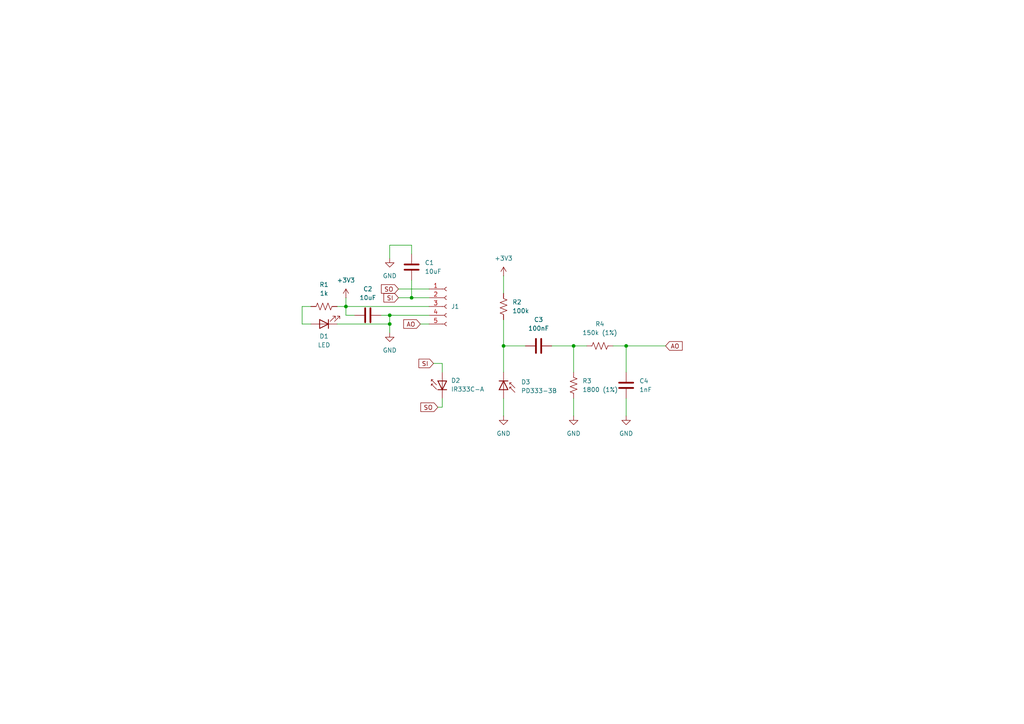
<source format=kicad_sch>
(kicad_sch (version 20250114) (generator "eeschema") (generator_version "9.0")
  (paper "A4")
  (title_block (title "IMU-RC Car Proximity Sensors Schematic") (date "2025-07-08") (rev "2") (company "ESTG-IPL"))
  (lib_symbols
    (symbol "Connector:Conn_01x05_Socket" (pin_names (offset 1.016) (hide yes))
      (property "Reference" "J" (at 0 7.62 0))
      (property "Value" "Conn_01x05_Socket" (at 0 -7.62 0))
      (symbol "Conn_01x05_Socket_1_1"
        (polyline (pts (xy -1.27 5.08) (xy -0.508 5.08)) (stroke (width 0.1524)))
        (polyline (pts (xy -1.27 2.54) (xy -0.508 2.54)) (stroke (width 0.1524)))
        (polyline (pts (xy -1.27 0) (xy -0.508 0)) (stroke (width 0.1524)))
        (polyline (pts (xy -1.27 -2.54) (xy -0.508 -2.54)) (stroke (width 0.1524)))
        (polyline (pts (xy -1.27 -5.08) (xy -0.508 -5.08)) (stroke (width 0.1524)))
        (arc (start 0 4.572) (mid -0.5058 5.08) (end 0 5.588) (stroke (width 0.1524)))
        (arc (start 0 2.032) (mid -0.5058 2.54) (end 0 3.048) (stroke (width 0.1524)))
        (arc (start 0 -0.508) (mid -0.5058 0) (end 0 0.508) (stroke (width 0.1524)))
        (arc (start 0 -3.048) (mid -0.5058 -2.54) (end 0 -2.032) (stroke (width 0.1524)))
        (arc (start 0 -5.588) (mid -0.5058 -5.08) (end 0 -4.572) (stroke (width 0.1524)))
        (pin passive line (at -5.08 5.08 0) (length 3.81) (name "Pin_1") (number "1"))
        (pin passive line (at -5.08 2.54 0) (length 3.81) (name "Pin_2") (number "2"))
        (pin passive line (at -5.08 0 0) (length 3.81) (name "Pin_3") (number "3"))
        (pin passive line (at -5.08 -2.54 0) (length 3.81) (name "Pin_4") (number "4"))
        (pin passive line (at -5.08 -5.08 0) (length 3.81) (name "Pin_5") (number "5"))
      )
    )
    (symbol "Device:C" (pin_numbers (hide yes)) (pin_names (offset 0.254))
      (property "Reference" "C" (at 0.635 2.54 0))
      (property "Value" "C" (at 0.635 -2.54 0))
      (symbol "C_0_1"
        (polyline (pts (xy -2.032 0.762) (xy 2.032 0.762)) (stroke (width 0.508)))
        (polyline (pts (xy -2.032 -0.762) (xy 2.032 -0.762)) (stroke (width 0.508)))
      )
      (symbol "C_1_1"
        (pin passive line (at 0 3.81 270) (length 2.794) (name "~") (number "1"))
        (pin passive line (at 0 -3.81 90) (length 2.794) (name "~") (number "2"))
      )
    )
    (symbol "Device:D_Photo" (pin_numbers (hide yes)) (pin_names (hide yes))
      (property "Reference" "D" (at 0.508 1.778 0))
      (property "Value" "D_Photo" (at -1.016 -2.794 0))
      (symbol "D_Photo_0_1"
        (polyline (pts (xy -2.54 1.27) (xy -2.54 -1.27)) (stroke (width 0.254)))
        (polyline (pts (xy -2.032 1.778) (xy -1.524 1.778)))
        (polyline (pts (xy -0.508 3.302) (xy -2.032 1.778) (xy -2.032 2.286)))
        (polyline (pts (xy 0 0) (xy -2.54 0)))
        (polyline (pts (xy 0 -1.27) (xy 0 1.27) (xy -2.54 0) (xy 0 -1.27)) (stroke (width 0.254)))
        (polyline (pts (xy 0.762 3.302) (xy -0.762 1.778) (xy -0.762 2.286) (xy -0.762 1.778) (xy -0.254 1.778)))
      )
      (symbol "D_Photo_1_1"
        (pin passive line (at -5.08 0 0) (length 2.54) (name "K") (number "1"))
        (pin passive line (at 2.54 0 180) (length 2.54) (name "A") (number "2"))
      )
    )
    (symbol "Device:LED" (pin_numbers (hide yes)) (pin_names (offset 1.016) (hide yes))
      (property "Reference" "D" (at 0 2.54 0))
      (property "Value" "LED" (at 0 -2.54 0))
      (symbol "LED_0_1"
        (polyline (pts (xy -3.048 -0.762) (xy -4.572 -2.286) (xy -3.81 -2.286) (xy -4.572 -2.286) (xy -4.572 -1.524)))
        (polyline (pts (xy -1.778 -0.762) (xy -3.302 -2.286) (xy -2.54 -2.286) (xy -3.302 -2.286) (xy -3.302 -1.524)))
        (polyline (pts (xy -1.27 0) (xy 1.27 0)))
        (polyline (pts (xy -1.27 -1.27) (xy -1.27 1.27)) (stroke (width 0.254)))
        (polyline (pts (xy 1.27 -1.27) (xy 1.27 1.27) (xy -1.27 0) (xy 1.27 -1.27)) (stroke (width 0.254)))
      )
      (symbol "LED_1_1"
        (pin passive line (at -3.81 0 0) (length 2.54) (name "K") (number "1"))
        (pin passive line (at 3.81 0 180) (length 2.54) (name "A") (number "2"))
      )
    )
    (symbol "Device:R_US" (pin_numbers (hide yes)) (pin_names (offset 0))
      (property "Reference" "R" (at 2.54 0 90))
      (property "Value" "R_US" (at -2.54 0 90))
      (symbol "R_US_0_1"
        (polyline (pts (xy 0 2.286) (xy 0 2.54)))
        (polyline (pts (xy 0 2.286) (xy 1.016 1.905) (xy 0 1.524) (xy -1.016 1.143) (xy 0 0.762)))
        (polyline (pts (xy 0 0.762) (xy 1.016 0.381) (xy 0 0) (xy -1.016 -0.381) (xy 0 -0.762)))
        (polyline (pts (xy 0 -0.762) (xy 1.016 -1.143) (xy 0 -1.524) (xy -1.016 -1.905) (xy 0 -2.286)))
        (polyline (pts (xy 0 -2.286) (xy 0 -2.54)))
      )
      (symbol "R_US_1_1"
        (pin passive line (at 0 3.81 270) (length 1.27) (name "~") (number "1"))
        (pin passive line (at 0 -3.81 90) (length 1.27) (name "~") (number "2"))
      )
    )
    (symbol "LED:IR204A" (pin_numbers (hide yes)) (pin_names (offset 1.016) (hide yes))
      (property "Reference" "D" (at 0.508 1.778 0))
      (property "Value" "IR204A" (at -1.016 -2.794 0))
      (symbol "IR204A_0_1"
        (polyline (pts (xy -2.54 1.27) (xy -2.54 -1.27)) (stroke (width 0.254)))
        (polyline (pts (xy -2.413 1.651) (xy -0.889 3.175) (xy -0.889 2.667) (xy -0.889 3.175) (xy -1.397 3.175)))
        (polyline (pts (xy -1.143 1.651) (xy 0.381 3.175) (xy 0.381 2.667)))
        (polyline (pts (xy 0 1.27) (xy -2.54 0) (xy 0 -1.27) (xy 0 1.27)) (stroke (width 0.254)))
        (polyline (pts (xy 0 0) (xy -2.54 0)))
        (polyline (pts (xy 0.381 3.175) (xy -0.127 3.175)))
      )
      (symbol "IR204A_1_1"
        (pin passive line (at -5.08 0 0) (length 2.54) (name "K") (number "1"))
        (pin passive line (at 2.54 0 180) (length 2.54) (name "A") (number "2"))
      )
    )
    (symbol "power:+3V3" (power) (pin_numbers (hide yes)) (pin_names (offset 0) (hide yes))
      (property "Value" "+3V3" (at 0 3.556 0))
      (symbol "+3V3_0_1"
        (polyline (pts (xy -0.762 1.27) (xy 0 2.54)))
        (polyline (pts (xy 0 2.54) (xy 0.762 1.27)))
        (polyline (pts (xy 0 0) (xy 0 2.54)))
      )
      (symbol "+3V3_1_1"
        (pin power_in line (at 0 0 90) (length 0) (name "~") (number "1"))
      )
    )
    (symbol "power:GND" (power) (pin_numbers (hide yes)) (pin_names (offset 0) (hide yes))
      (property "Value" "GND" (at 0 -3.81 0))
      (symbol "GND_0_1"
        (polyline (pts (xy 0 0) (xy 0 -1.27) (xy 1.27 -1.27) (xy 0 -2.54) (xy -1.27 -1.27) (xy 0 -1.27)))
      )
      (symbol "GND_1_1"
        (pin power_in line (at 0 0 270) (length 0) (name "~") (number "1"))
      )
    )
  )
  (junction (at 166.37 100.33))
  (junction (at 119.38 86.36))
  (junction (at 113.03 91.44))
  (junction (at 146.05 100.33))
  (junction (at 113.03 93.98))
  (junction (at 100.33 88.9))
  (junction (at 181.61 100.33))
  (wire (pts (xy 128.27 107.95) (xy 128.27 105.41)))
  (wire (pts (xy 87.63 93.98) (xy 90.17 93.98)))
  (wire (pts (xy 113.03 71.12) (xy 119.38 71.12)))
  (wire (pts (xy 100.33 86.36) (xy 100.33 88.9)))
  (wire (pts (xy 119.38 71.12) (xy 119.38 73.66)))
  (wire (pts (xy 146.05 100.33) (xy 152.4 100.33)))
  (wire (pts (xy 181.61 115.57) (xy 181.61 120.65)))
  (wire (pts (xy 128.27 105.41) (xy 125.73 105.41)))
  (wire (pts (xy 121.92 93.98) (xy 124.46 93.98)))
  (wire (pts (xy 113.03 71.12) (xy 113.03 74.93)))
  (wire (pts (xy 146.05 92.71) (xy 146.05 100.33)))
  (wire (pts (xy 97.79 93.98) (xy 113.03 93.98)))
  (wire (pts (xy 97.79 88.9) (xy 100.33 88.9)))
  (wire (pts (xy 181.61 100.33) (xy 193.04 100.33)))
  (wire (pts (xy 100.33 91.44) (xy 100.33 88.9)))
  (wire (pts (xy 119.38 86.36) (xy 124.46 86.36)))
  (wire (pts (xy 166.37 107.95) (xy 166.37 100.33)))
  (wire (pts (xy 177.8 100.33) (xy 181.61 100.33)))
  (wire (pts (xy 110.49 91.44) (xy 113.03 91.44)))
  (wire (pts (xy 90.17 88.9) (xy 87.63 88.9)))
  (wire (pts (xy 115.57 83.82) (xy 124.46 83.82)))
  (wire (pts (xy 113.03 91.44) (xy 124.46 91.44)))
  (wire (pts (xy 146.05 100.33) (xy 146.05 107.95)))
  (wire (pts (xy 128.27 118.11) (xy 128.27 115.57)))
  (wire (pts (xy 100.33 88.9) (xy 124.46 88.9)))
  (wire (pts (xy 146.05 80.01) (xy 146.05 85.09)))
  (wire (pts (xy 113.03 93.98) (xy 113.03 96.52)))
  (wire (pts (xy 119.38 81.28) (xy 119.38 86.36)))
  (wire (pts (xy 181.61 107.95) (xy 181.61 100.33)))
  (wire (pts (xy 160.02 100.33) (xy 166.37 100.33)))
  (wire (pts (xy 127 118.11) (xy 128.27 118.11)))
  (wire (pts (xy 87.63 88.9) (xy 87.63 93.98)))
  (wire (pts (xy 113.03 93.98) (xy 113.03 91.44)))
  (wire (pts (xy 166.37 115.57) (xy 166.37 120.65)))
  (wire (pts (xy 102.87 91.44) (xy 100.33 91.44)))
  (wire (pts (xy 146.05 115.57) (xy 146.05 120.65)))
  (wire (pts (xy 115.57 86.36) (xy 119.38 86.36)))
  (wire (pts (xy 166.37 100.33) (xy 170.18 100.33)))
  (global_label "SI" (shape input) (at 115.57 86.36 180) (property "Intersheetrefs" "${INTERSHEET_REFS}" (effects (hide yes))))
  (global_label "SO" (shape input) (at 127 118.11 180) (property "Intersheetrefs" "${INTERSHEET_REFS}" (effects (hide yes))))
  (global_label "SI" (shape input) (at 125.73 105.41 180) (property "Intersheetrefs" "${INTERSHEET_REFS}" (effects (hide yes))))
  (global_label "AO" (shape input) (at 193.04 100.33 0) (property "Intersheetrefs" "${INTERSHEET_REFS}" (effects (hide yes))))
  (global_label "AO" (shape input) (at 121.92 93.98 180) (property "Intersheetrefs" "${INTERSHEET_REFS}" (effects (hide yes))))
  (global_label "SO" (shape input) (at 115.57 83.82 180) (property "Intersheetrefs" "${INTERSHEET_REFS}" (effects (hide yes))))
  (symbol (lib_id "power:GND") (at 166.37 120.65 0) (unit 1)
    (property "Reference" "#PWR01" (effects (hide yes)))
    (property "Value" "GND" (at 166.37 125.73 0))
    (property "Description" "Power symbol creates a global label with name \"GND\" , ground" (effects (hide yes)))
  )
  (symbol (lib_id "Device:R_US") (at 146.05 88.9 180) (unit 1)
    (property "Reference" "R2" (at 148.59 87.6299 0) (effects (justify right)))
    (property "Value" "100k" (at 148.59 90.1699 0) (effects (justify right)))
    (property "Footprint" "Resistor_SMD:R_0805_2012Metric" (effects (hide yes)))
    (property "Description" "Resistor, US symbol" (effects (hide yes)))
  )
  (symbol (lib_id "Device:R_US") (at 166.37 111.76 180) (unit 1)
    (property "Reference" "R3" (at 168.91 110.4899 0) (effects (justify right)))
    (property "Value" "1800 (1%)" (at 168.91 113.0299 0) (effects (justify right)))
    (property "Footprint" "Resistor_SMD:R_0805_2012Metric" (effects (hide yes)))
    (property "Description" "Resistor, US symbol" (effects (hide yes)))
  )
  (symbol (lib_id "Device:C") (at 106.68 91.44 270) (unit 1)
    (property "Reference" "C2" (at 106.68 83.82 90))
    (property "Value" "10uF" (at 106.68 86.36 90))
    (property "Footprint" "Capacitor_SMD:C_0805_2012Metric" (effects (hide yes)))
    (property "Description" "Unpolarized capacitor" (effects (hide yes)))
  )
  (symbol (lib_id "Device:R_US") (at 93.98 88.9 90) (unit 1)
    (property "Reference" "R1" (at 93.98 82.55 90))
    (property "Value" "1k" (at 93.98 85.09 90))
    (property "Footprint" "Resistor_SMD:R_0805_2012Metric" (effects (hide yes)))
    (property "Description" "Resistor, US symbol" (effects (hide yes)))
  )
  (symbol (lib_id "power:GND") (at 146.05 120.65 0) (unit 1)
    (property "Reference" "#PWR04" (effects (hide yes)))
    (property "Value" "GND" (at 146.05 125.73 0))
    (property "Description" "Power symbol creates a global label with name \"GND\" , ground" (effects (hide yes)))
  )
  (symbol (lib_id "Device:LED") (at 93.98 93.98 180) (unit 1)
    (property "Reference" "D1" (at 93.98 97.536 0))
    (property "Value" "LED" (at 93.98 100.076 0))
    (property "Footprint" "LED_SMD:LED_0805_2012Metric" (effects (hide yes)))
    (property "Description" "Light emitting diode" (effects (hide yes)))
  )
  (symbol (lib_id "LED:IR204A") (at 128.27 110.49 90) (unit 1)
    (property "Reference" "D2" (at 130.81 110.3629 90) (effects (justify right)))
    (property "Value" "IR333C-A" (at 130.81 112.9029 90) (effects (justify right)))
    (property "Footprint" "LED_THT:LED_D5.0mm_Horizontal_O1.27mm_Z3.0mm_Clear" (effects (hide yes)))
    (property "Datasheet" "http://www.everlight.com/file/ProductFile/IR204-A.pdf" (effects (hide yes)))
    (property "Description" "Infrared LED , 3mm LED package" (effects (hide yes)))
  )
  (symbol (lib_id "Device:R_US") (at 173.99 100.33 270) (unit 1)
    (property "Reference" "R4" (at 173.99 93.98 90))
    (property "Value" "150k (1%)" (at 173.99 96.52 90))
    (property "Footprint" "Resistor_SMD:R_0805_2012Metric" (effects (hide yes)))
    (property "Description" "Resistor, US symbol" (effects (hide yes)))
  )
  (symbol (lib_id "Connector:Conn_01x05_Socket") (at 129.54 88.9 0) (unit 1)
    (property "Reference" "J1" (at 130.81 88.8999 0) (effects (justify left)))
    (property "Value" "Conn_01x05_Socket" (effects (hide yes)))
    (property "Footprint" "IMURCLibrary:JST_PH_S5B-PH-SM4-TB_1x05-1MP_P2.00mm_Horizontal" (effects (hide yes)))
    (property "Description" "Generic connector, single row, 01x05, script generated" (effects (hide yes)))
  )
  (symbol (lib_id "power:GND") (at 113.03 96.52 0) (unit 1)
    (property "Reference" "#PWR05" (effects (hide yes)))
    (property "Value" "GND" (at 113.03 101.6 0))
    (property "Description" "Power symbol creates a global label with name \"GND\" , ground" (effects (hide yes)))
  )
  (symbol (lib_id "Device:C") (at 181.61 111.76 180) (unit 1)
    (property "Reference" "C4" (at 185.42 110.4899 0) (effects (justify right)))
    (property "Value" "1nF" (at 185.42 113.0299 0) (effects (justify right)))
    (property "Footprint" "Capacitor_SMD:C_0805_2012Metric" (effects (hide yes)))
    (property "Description" "Unpolarized capacitor" (effects (hide yes)))
  )
  (symbol (lib_id "power:GND") (at 113.03 74.93 0) (unit 1)
    (property "Reference" "#PWR03" (effects (hide yes)))
    (property "Value" "GND" (at 113.03 80.01 0))
    (property "Description" "Power symbol creates a global label with name \"GND\" , ground" (effects (hide yes)))
  )
  (symbol (lib_id "Device:C") (at 156.21 100.33 90) (unit 1)
    (property "Reference" "C3" (at 156.21 92.71 90))
    (property "Value" "100nF" (at 156.21 95.25 90))
    (property "Footprint" "Capacitor_SMD:C_0805_2012Metric" (effects (hide yes)))
    (property "Description" "Unpolarized capacitor" (effects (hide yes)))
  )
  (symbol (lib_id "power:+3V3") (at 146.05 80.01 0) (unit 1)
    (property "Reference" "#PWR09" (effects (hide yes)))
    (property "Value" "+3V3" (at 146.05 74.93 0))
    (property "Description" "Power symbol creates a global label with name \"+3V3\"" (effects (hide yes)))
  )
  (symbol (lib_id "power:GND") (at 181.61 120.65 0) (unit 1)
    (property "Reference" "#PWR02" (effects (hide yes)))
    (property "Value" "GND" (at 181.61 125.73 0))
    (property "Description" "Power symbol creates a global label with name \"GND\" , ground" (effects (hide yes)))
  )
  (symbol (lib_id "power:+3V3") (at 100.33 86.36 0) (unit 1)
    (property "Reference" "#PWR06" (effects (hide yes)))
    (property "Value" "+3V3" (at 100.33 81.28 0))
    (property "Description" "Power symbol creates a global label with name \"+3V3\"" (effects (hide yes)))
  )
  (symbol (lib_id "Device:D_Photo") (at 146.05 113.03 270) (unit 1)
    (property "Reference" "D3" (at 151.13 110.8074 90) (effects (justify left)))
    (property "Value" "PD333-3B" (at 151.13 113.3474 90) (effects (justify left)))
    (property "Footprint" "LED_THT:LED_D5.0mm_Horizontal_O1.27mm_Z3.0mm_IRBlack" (effects (hide yes)))
    (property "Description" "Photodiode" (effects (hide yes)))
  )
  (symbol (lib_id "Device:C") (at 119.38 77.47 0) (unit 1)
    (property "Reference" "C1" (at 123.19 76.1999 0) (effects (justify left)))
    (property "Value" "10uF" (at 123.19 78.7399 0) (effects (justify left)))
    (property "Footprint" "Capacitor_SMD:C_0805_2012Metric" (effects (hide yes)))
    (property "Description" "Unpolarized capacitor" (effects (hide yes)))
  )
)
</source>
